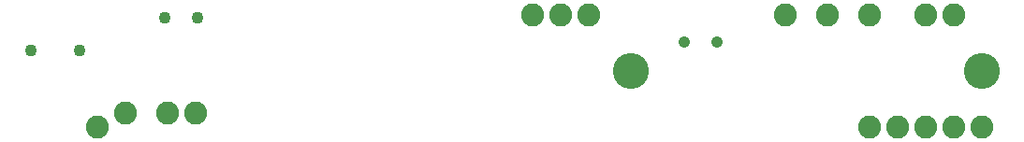
<source format=gbs>
G04 EAGLE Gerber RS-274X export*
G75*
%MOMM*%
%FSLAX34Y34*%
%LPD*%
%INSoldermask Bottom*%
%IPPOS*%
%AMOC8*
5,1,8,0,0,1.08239X$1,22.5*%
G01*
%ADD10C,2.082800*%
%ADD11C,1.103200*%
%ADD12C,1.053200*%
%ADD13C,3.251200*%


D10*
X1003300Y114300D03*
X774700Y114300D03*
X1079500Y12700D03*
X1155700Y114300D03*
X1104900Y12700D03*
X1130300Y114300D03*
X381000Y12700D03*
X406400Y25400D03*
X800100Y114300D03*
X825500Y114300D03*
D11*
X364900Y82550D03*
X320900Y82550D03*
D10*
X469900Y25400D03*
X444500Y25400D03*
X1130300Y12700D03*
X1155700Y12700D03*
X1181100Y12700D03*
X1079500Y114300D03*
X1041400Y114300D03*
D12*
X942100Y90170D03*
X912100Y90170D03*
D11*
X442200Y111760D03*
X472200Y111760D03*
D13*
X1181100Y63500D03*
X863600Y63500D03*
M02*

</source>
